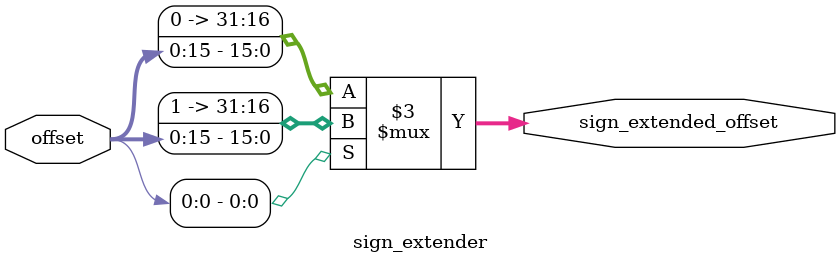
<source format=v>
module sign_extender(offset, sign_extended_offset);
input [0: 15] offset;
output [0: 31] sign_extended_offset;
reg [0: 31] sign_extended_offset;

always @ (offset)
begin
    if (offset[0])
        begin
            sign_extended_offset <= {16'hFFFF, offset};
        end

    else
        begin
            sign_extended_offset <= {16'b0, offset};
        end
end
endmodule
</source>
